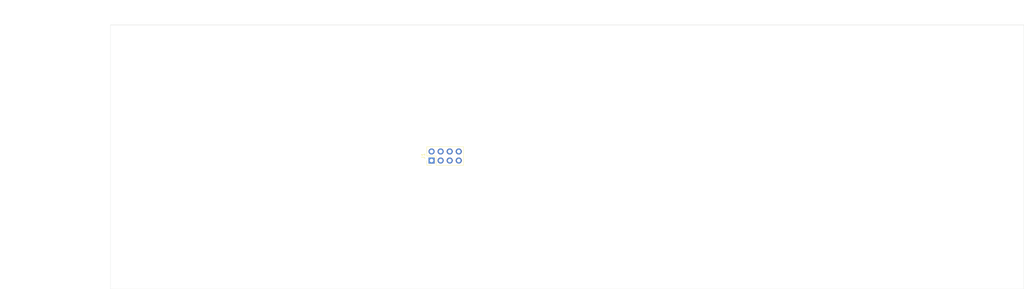
<source format=kicad_pcb>
(kicad_pcb (version 20171130) (host pcbnew "(5.1.6)-1")

  (general
    (thickness 1.6)
    (drawings 6)
    (tracks 0)
    (zones 0)
    (modules 1)
    (nets 7)
  )

  (page A3)
  (layers
    (0 F.Cu signal)
    (31 B.Cu signal)
    (32 B.Adhes user)
    (33 F.Adhes user)
    (34 B.Paste user)
    (35 F.Paste user)
    (36 B.SilkS user)
    (37 F.SilkS user)
    (38 B.Mask user)
    (39 F.Mask user)
    (40 Dwgs.User user)
    (41 Cmts.User user)
    (42 Eco1.User user)
    (43 Eco2.User user)
    (44 Edge.Cuts user)
    (45 Margin user)
    (46 B.CrtYd user)
    (47 F.CrtYd user)
    (48 B.Fab user)
    (49 F.Fab user)
  )

  (setup
    (last_trace_width 0.25)
    (trace_clearance 0.2)
    (zone_clearance 0.508)
    (zone_45_only no)
    (trace_min 0.2)
    (via_size 0.8)
    (via_drill 0.4)
    (via_min_size 0.4)
    (via_min_drill 0.3)
    (uvia_size 0.3)
    (uvia_drill 0.1)
    (uvias_allowed no)
    (uvia_min_size 0.2)
    (uvia_min_drill 0.1)
    (edge_width 0.05)
    (segment_width 0.2)
    (pcb_text_width 0.3)
    (pcb_text_size 1.5 1.5)
    (mod_edge_width 0.12)
    (mod_text_size 1 1)
    (mod_text_width 0.15)
    (pad_size 1.524 1.524)
    (pad_drill 0.762)
    (pad_to_mask_clearance 0.05)
    (aux_axis_origin 0 0)
    (grid_origin 50 70)
    (visible_elements FFFFFF7F)
    (pcbplotparams
      (layerselection 0x010fc_ffffffff)
      (usegerberextensions false)
      (usegerberattributes true)
      (usegerberadvancedattributes true)
      (creategerberjobfile true)
      (excludeedgelayer true)
      (linewidth 0.100000)
      (plotframeref false)
      (viasonmask false)
      (mode 1)
      (useauxorigin false)
      (hpglpennumber 1)
      (hpglpenspeed 20)
      (hpglpendiameter 15.000000)
      (psnegative false)
      (psa4output false)
      (plotreference true)
      (plotvalue true)
      (plotinvisibletext false)
      (padsonsilk false)
      (subtractmaskfromsilk false)
      (outputformat 1)
      (mirror false)
      (drillshape 1)
      (scaleselection 1)
      (outputdirectory ""))
  )

  (net 0 "")
  (net 1 +24V)
  (net 2 GND)
  (net 3 +5V)
  (net 4 +3V3)
  (net 5 SCL)
  (net 6 SDA)

  (net_class Default "This is the default net class."
    (clearance 0.2)
    (trace_width 0.25)
    (via_dia 0.8)
    (via_drill 0.4)
    (uvia_dia 0.3)
    (uvia_drill 0.1)
    (add_net +24V)
    (add_net +3V3)
    (add_net +5V)
    (add_net GND)
    (add_net SCL)
    (add_net SDA)
  )

  (module Connector_PinHeader_2.54mm:PinHeader_2x04_P2.54mm_Vertical locked (layer F.Cu) (tedit 59FED5CC) (tstamp 618029E7)
    (at 140 108 90)
    (descr "Through hole straight pin header, 2x04, 2.54mm pitch, double rows")
    (tags "Through hole pin header THT 2x04 2.54mm double row")
    (path /618025F6)
    (fp_text reference J1 (at 1.27 -2.33 90) (layer F.SilkS)
      (effects (font (size 1 1) (thickness 0.15)))
    )
    (fp_text value Conn_02x04_Odd_Even (at 1.27 9.95 90) (layer F.Fab)
      (effects (font (size 1 1) (thickness 0.15)))
    )
    (fp_line (start 4.35 -1.8) (end -1.8 -1.8) (layer F.CrtYd) (width 0.05))
    (fp_line (start 4.35 9.4) (end 4.35 -1.8) (layer F.CrtYd) (width 0.05))
    (fp_line (start -1.8 9.4) (end 4.35 9.4) (layer F.CrtYd) (width 0.05))
    (fp_line (start -1.8 -1.8) (end -1.8 9.4) (layer F.CrtYd) (width 0.05))
    (fp_line (start -1.33 -1.33) (end 0 -1.33) (layer F.SilkS) (width 0.12))
    (fp_line (start -1.33 0) (end -1.33 -1.33) (layer F.SilkS) (width 0.12))
    (fp_line (start 1.27 -1.33) (end 3.87 -1.33) (layer F.SilkS) (width 0.12))
    (fp_line (start 1.27 1.27) (end 1.27 -1.33) (layer F.SilkS) (width 0.12))
    (fp_line (start -1.33 1.27) (end 1.27 1.27) (layer F.SilkS) (width 0.12))
    (fp_line (start 3.87 -1.33) (end 3.87 8.95) (layer F.SilkS) (width 0.12))
    (fp_line (start -1.33 1.27) (end -1.33 8.95) (layer F.SilkS) (width 0.12))
    (fp_line (start -1.33 8.95) (end 3.87 8.95) (layer F.SilkS) (width 0.12))
    (fp_line (start -1.27 0) (end 0 -1.27) (layer F.Fab) (width 0.1))
    (fp_line (start -1.27 8.89) (end -1.27 0) (layer F.Fab) (width 0.1))
    (fp_line (start 3.81 8.89) (end -1.27 8.89) (layer F.Fab) (width 0.1))
    (fp_line (start 3.81 -1.27) (end 3.81 8.89) (layer F.Fab) (width 0.1))
    (fp_line (start 0 -1.27) (end 3.81 -1.27) (layer F.Fab) (width 0.1))
    (fp_text user %R (at 1.27 3.81) (layer F.Fab)
      (effects (font (size 1 1) (thickness 0.15)))
    )
    (pad 1 thru_hole rect (at 0 0 90) (size 1.7 1.7) (drill 1) (layers *.Cu *.Mask)
      (net 1 +24V))
    (pad 2 thru_hole oval (at 2.54 0 90) (size 1.7 1.7) (drill 1) (layers *.Cu *.Mask)
      (net 2 GND))
    (pad 3 thru_hole oval (at 0 2.54 90) (size 1.7 1.7) (drill 1) (layers *.Cu *.Mask)
      (net 3 +5V))
    (pad 4 thru_hole oval (at 2.54 2.54 90) (size 1.7 1.7) (drill 1) (layers *.Cu *.Mask)
      (net 2 GND))
    (pad 5 thru_hole oval (at 0 5.08 90) (size 1.7 1.7) (drill 1) (layers *.Cu *.Mask)
      (net 4 +3V3))
    (pad 6 thru_hole oval (at 2.54 5.08 90) (size 1.7 1.7) (drill 1) (layers *.Cu *.Mask)
      (net 2 GND))
    (pad 7 thru_hole oval (at 0 7.62 90) (size 1.7 1.7) (drill 1) (layers *.Cu *.Mask)
      (net 5 SCL))
    (pad 8 thru_hole oval (at 2.54 7.62 90) (size 1.7 1.7) (drill 1) (layers *.Cu *.Mask)
      (net 6 SDA))
    (model ${KISYS3DMOD}/Connector_PinHeader_2.54mm.3dshapes/PinHeader_2x04_P2.54mm_Vertical.wrl
      (at (xyz 0 0 0))
      (scale (xyz 1 1 1))
      (rotate (xyz 0 0 0))
    )
  )

  (dimension 74 (width 0.15) (layer Dwgs.User)
    (gr_text "74.000 mm" (at 22.7 107 270) (layer Dwgs.User)
      (effects (font (size 1 1) (thickness 0.15)))
    )
    (feature1 (pts (xy 50 144) (xy 23.413579 144)))
    (feature2 (pts (xy 50 70) (xy 23.413579 70)))
    (crossbar (pts (xy 24 70) (xy 24 144)))
    (arrow1a (pts (xy 24 144) (xy 23.413579 142.873496)))
    (arrow1b (pts (xy 24 144) (xy 24.586421 142.873496)))
    (arrow2a (pts (xy 24 70) (xy 23.413579 71.126504)))
    (arrow2b (pts (xy 24 70) (xy 24.586421 71.126504)))
  )
  (gr_line (start 50 144) (end 50 70) (layer Edge.Cuts) (width 0.05) (tstamp 61802962))
  (gr_line (start 306 144) (end 50 144) (layer Edge.Cuts) (width 0.05) (tstamp 6180295D))
  (gr_line (start 306 70) (end 306 144) (layer Edge.Cuts) (width 0.05))
  (dimension 256 (width 0.15) (layer Dwgs.User)
    (gr_text "256.000 mm" (at 178 63.7) (layer Dwgs.User)
      (effects (font (size 1 1) (thickness 0.15)))
    )
    (feature1 (pts (xy 306 70) (xy 306 64.413579)))
    (feature2 (pts (xy 50 70) (xy 50 64.413579)))
    (crossbar (pts (xy 50 65) (xy 306 65)))
    (arrow1a (pts (xy 306 65) (xy 304.873496 65.586421)))
    (arrow1b (pts (xy 306 65) (xy 304.873496 64.413579)))
    (arrow2a (pts (xy 50 65) (xy 51.126504 65.586421)))
    (arrow2b (pts (xy 50 65) (xy 51.126504 64.413579)))
  )
  (gr_line (start 50 70) (end 306 70) (layer Edge.Cuts) (width 0.1))

)

</source>
